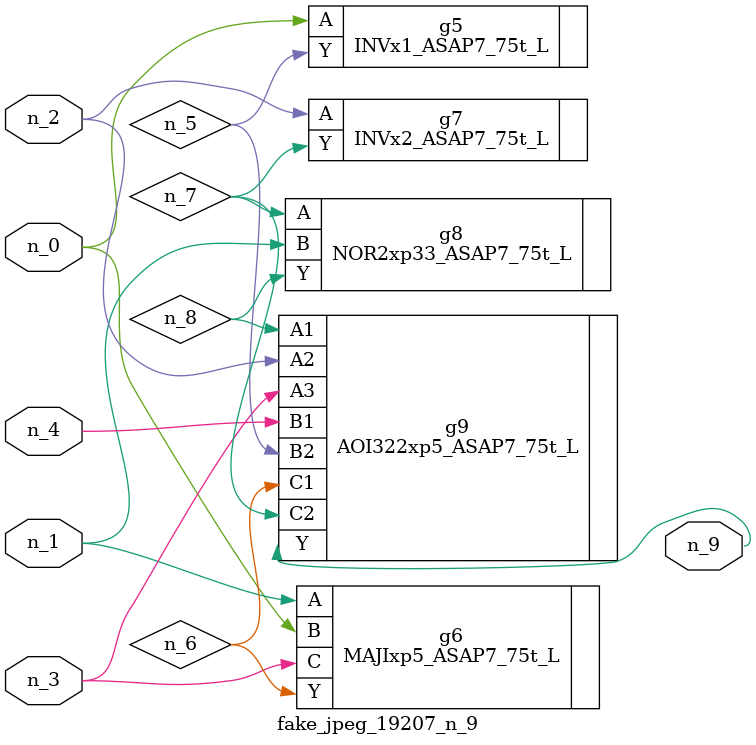
<source format=v>
module fake_jpeg_19207_n_9 (n_3, n_2, n_1, n_0, n_4, n_9);

input n_3;
input n_2;
input n_1;
input n_0;
input n_4;

output n_9;

wire n_8;
wire n_6;
wire n_5;
wire n_7;

INVx1_ASAP7_75t_L g5 ( 
.A(n_0),
.Y(n_5)
);

MAJIxp5_ASAP7_75t_L g6 ( 
.A(n_1),
.B(n_0),
.C(n_3),
.Y(n_6)
);

INVx2_ASAP7_75t_L g7 ( 
.A(n_2),
.Y(n_7)
);

NOR2xp33_ASAP7_75t_L g8 ( 
.A(n_7),
.B(n_1),
.Y(n_8)
);

AOI322xp5_ASAP7_75t_L g9 ( 
.A1(n_8),
.A2(n_2),
.A3(n_3),
.B1(n_4),
.B2(n_5),
.C1(n_6),
.C2(n_7),
.Y(n_9)
);


endmodule
</source>
